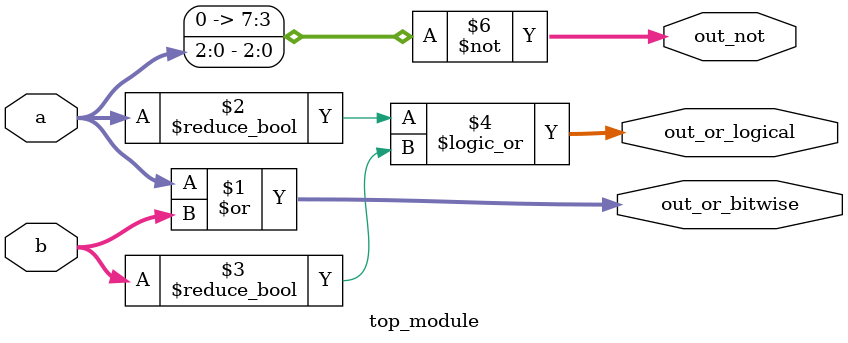
<source format=sv>
module top_module(
  input [2:0] a,
  input [2:0] b,
  output [2:0] out_or_bitwise,
  output [7:0] out_or_logical,
  output [7:0] out_not
);

  // Bitwise OR operation
  assign out_or_bitwise = a | b;

  // Logical OR operation
  assign out_or_logical = (a != 0) || (b != 0);

  // Bitwise NOT operation
  assign out_not = ~a;

endmodule

</source>
